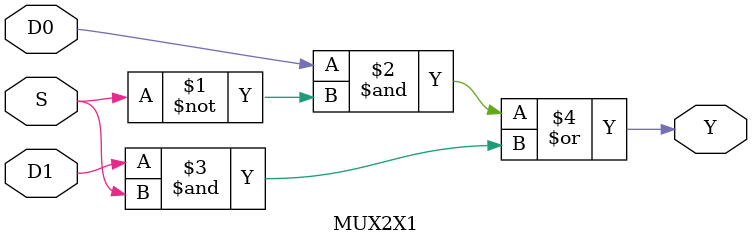
<source format=v>
module MUX2X1 (
    input wire D0,
    input wire D1,
    input wire S,
    output wire Y
);

    assign Y = ( D0 & ~S ) | ( D1 & S );

endmodule
</source>
